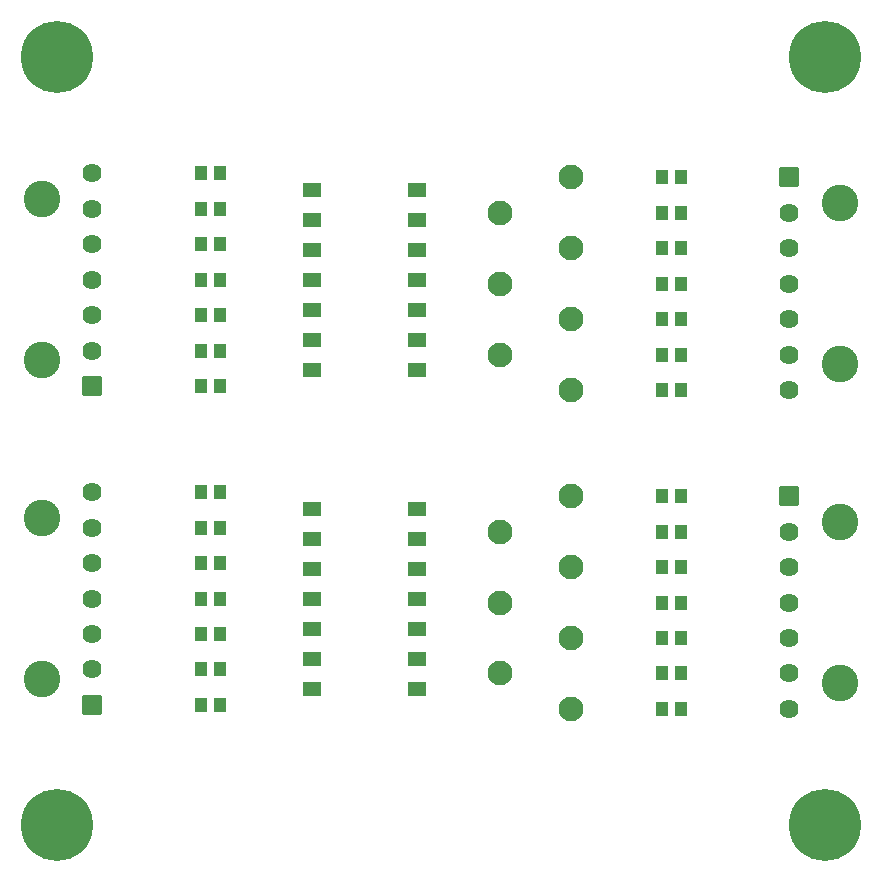
<source format=gbr>
%TF.GenerationSoftware,KiCad,Pcbnew,(6.0.7)*%
%TF.CreationDate,2022-11-12T16:45:26-06:00*%
%TF.ProjectId,BPS_Scrutineering,4250535f-5363-4727-9574-696e65657269,rev?*%
%TF.SameCoordinates,Original*%
%TF.FileFunction,Soldermask,Top*%
%TF.FilePolarity,Negative*%
%FSLAX46Y46*%
G04 Gerber Fmt 4.6, Leading zero omitted, Abs format (unit mm)*
G04 Created by KiCad (PCBNEW (6.0.7)) date 2022-11-12 16:45:26*
%MOMM*%
%LPD*%
G01*
G04 APERTURE LIST*
G04 Aperture macros list*
%AMRoundRect*
0 Rectangle with rounded corners*
0 $1 Rounding radius*
0 $2 $3 $4 $5 $6 $7 $8 $9 X,Y pos of 4 corners*
0 Add a 4 corners polygon primitive as box body*
4,1,4,$2,$3,$4,$5,$6,$7,$8,$9,$2,$3,0*
0 Add four circle primitives for the rounded corners*
1,1,$1+$1,$2,$3*
1,1,$1+$1,$4,$5*
1,1,$1+$1,$6,$7*
1,1,$1+$1,$8,$9*
0 Add four rect primitives between the rounded corners*
20,1,$1+$1,$2,$3,$4,$5,0*
20,1,$1+$1,$4,$5,$6,$7,0*
20,1,$1+$1,$6,$7,$8,$9,0*
20,1,$1+$1,$8,$9,$2,$3,0*%
G04 Aperture macros list end*
%ADD10C,3.100000*%
%ADD11C,1.620000*%
%ADD12RoundRect,0.050000X-0.760000X0.760000X-0.760000X-0.760000X0.760000X-0.760000X0.760000X0.760000X0*%
%ADD13RoundRect,0.050000X0.760000X-0.760000X0.760000X0.760000X-0.760000X0.760000X-0.760000X-0.760000X0*%
%ADD14RoundRect,0.050000X-0.750000X0.550000X-0.750000X-0.550000X0.750000X-0.550000X0.750000X0.550000X0*%
%ADD15RoundRect,0.050000X-0.470000X-0.505000X0.470000X-0.505000X0.470000X0.505000X-0.470000X0.505000X0*%
%ADD16C,2.100000*%
%ADD17C,6.100000*%
G04 APERTURE END LIST*
D10*
%TO.C,JC1*%
X82740600Y-86387250D03*
X82740600Y-100067250D03*
D11*
X87040600Y-84227250D03*
X87040600Y-87227250D03*
X87040600Y-90227250D03*
X87040600Y-93227250D03*
X87040600Y-96227250D03*
X87040600Y-99227250D03*
D12*
X87040600Y-102227250D03*
%TD*%
D10*
%TO.C,JC2*%
X150340600Y-86730750D03*
X150340600Y-100410750D03*
D11*
X146040600Y-102570750D03*
X146040600Y-99570750D03*
X146040600Y-96570750D03*
X146040600Y-93570750D03*
X146040600Y-90570750D03*
X146040600Y-87570750D03*
D13*
X146040600Y-84570750D03*
%TD*%
D14*
%TO.C,SW1*%
X114490600Y-85607250D03*
X105590600Y-85607250D03*
X114490600Y-88147250D03*
X105590600Y-88147250D03*
X114490600Y-90687250D03*
X105590600Y-90687250D03*
X114490600Y-93227250D03*
X105590600Y-93227250D03*
X114490600Y-95767250D03*
X105590600Y-95767250D03*
X114490600Y-98307250D03*
X105590600Y-98307250D03*
X114490600Y-100847250D03*
X105590600Y-100847250D03*
%TD*%
%TO.C,SW2*%
X114490600Y-112607250D03*
X105590600Y-112607250D03*
X114490600Y-115147250D03*
X105590600Y-115147250D03*
X114490600Y-117687250D03*
X105590600Y-117687250D03*
X114490600Y-120227250D03*
X105590600Y-120227250D03*
X114490600Y-122767250D03*
X105590600Y-122767250D03*
X114490600Y-125307250D03*
X105590600Y-125307250D03*
X114490600Y-127847250D03*
X105590600Y-127847250D03*
%TD*%
D10*
%TO.C,JC4*%
X150340600Y-113730750D03*
X150340600Y-127410750D03*
D11*
X146040600Y-129570750D03*
X146040600Y-126570750D03*
X146040600Y-123570750D03*
X146040600Y-120570750D03*
X146040600Y-117570750D03*
X146040600Y-114570750D03*
D13*
X146040600Y-111570750D03*
%TD*%
D15*
%TO.C,F15*%
X96255600Y-84227250D03*
X97835600Y-84227250D03*
%TD*%
%TO.C,F14*%
X135273200Y-129570750D03*
X136853200Y-129570750D03*
%TD*%
%TO.C,F27*%
X96250600Y-126227250D03*
X97830600Y-126227250D03*
%TD*%
%TO.C,F25*%
X96250600Y-120227250D03*
X97830600Y-120227250D03*
%TD*%
D16*
%TO.C,TP8*%
X127563200Y-111570750D03*
%TD*%
D15*
%TO.C,F20*%
X96255600Y-99227250D03*
X97835600Y-99227250D03*
%TD*%
%TO.C,F9*%
X135273200Y-114570750D03*
X136853200Y-114570750D03*
%TD*%
%TO.C,F28*%
X96250600Y-129227250D03*
X97830600Y-129227250D03*
%TD*%
%TO.C,F11*%
X135273200Y-120570750D03*
X136853200Y-120570750D03*
%TD*%
%TO.C,F2*%
X135273200Y-87570750D03*
X136853200Y-87570750D03*
%TD*%
D16*
%TO.C,TP14*%
X127563200Y-129570750D03*
%TD*%
D15*
%TO.C,F23*%
X96255600Y-114227250D03*
X97835600Y-114227250D03*
%TD*%
D10*
%TO.C,JC3*%
X82740600Y-113387250D03*
X82740600Y-127067250D03*
D11*
X87040600Y-111227250D03*
X87040600Y-114227250D03*
X87040600Y-117227250D03*
X87040600Y-120227250D03*
X87040600Y-123227250D03*
X87040600Y-126227250D03*
D12*
X87040600Y-129227250D03*
%TD*%
D16*
%TO.C,TP9*%
X121563200Y-114570750D03*
%TD*%
D15*
%TO.C,F13*%
X135273200Y-126570750D03*
X136853200Y-126570750D03*
%TD*%
D16*
%TO.C,TP13*%
X121563200Y-126570750D03*
%TD*%
D17*
%TO.C,H2*%
X149040600Y-139399000D03*
%TD*%
D15*
%TO.C,F4*%
X135273200Y-93570750D03*
X136853200Y-93570750D03*
%TD*%
D16*
%TO.C,TP6*%
X121563200Y-99570750D03*
%TD*%
D17*
%TO.C,H3*%
X149040600Y-74399000D03*
%TD*%
D16*
%TO.C,TP12*%
X127563200Y-123570750D03*
%TD*%
D15*
%TO.C,F18*%
X96255600Y-93227250D03*
X97835600Y-93227250D03*
%TD*%
%TO.C,F6*%
X135273200Y-99570750D03*
X136853200Y-99570750D03*
%TD*%
%TO.C,F26*%
X96250600Y-123227250D03*
X97830600Y-123227250D03*
%TD*%
%TO.C,F10*%
X135273200Y-117570750D03*
X136853200Y-117570750D03*
%TD*%
%TO.C,F19*%
X96255600Y-96227250D03*
X97835600Y-96227250D03*
%TD*%
D16*
%TO.C,TP7*%
X127563200Y-102570750D03*
%TD*%
D15*
%TO.C,F17*%
X96255600Y-90227250D03*
X97835600Y-90227250D03*
%TD*%
%TO.C,F21*%
X96255600Y-102227250D03*
X97835600Y-102227250D03*
%TD*%
D16*
%TO.C,TP3*%
X127563200Y-90570750D03*
%TD*%
D15*
%TO.C,F12*%
X135273200Y-123570750D03*
X136853200Y-123570750D03*
%TD*%
D16*
%TO.C,TP11*%
X121563200Y-120570750D03*
%TD*%
D17*
%TO.C,H4*%
X84040600Y-74399000D03*
%TD*%
%TO.C,H1*%
X84040600Y-139399000D03*
%TD*%
D15*
%TO.C,F16*%
X96255600Y-87227250D03*
X97835600Y-87227250D03*
%TD*%
D16*
%TO.C,TP2*%
X121563200Y-87570750D03*
%TD*%
%TO.C,TP4*%
X121563200Y-93570750D03*
%TD*%
D15*
%TO.C,F7*%
X135273200Y-102570750D03*
X136853200Y-102570750D03*
%TD*%
%TO.C,F24*%
X96255600Y-117227250D03*
X97835600Y-117227250D03*
%TD*%
%TO.C,F1*%
X135273200Y-84570750D03*
X136853200Y-84570750D03*
%TD*%
%TO.C,F8*%
X135273200Y-111570750D03*
X136853200Y-111570750D03*
%TD*%
D16*
%TO.C,TP10*%
X127563200Y-117570750D03*
%TD*%
%TO.C,TP5*%
X127563200Y-96570750D03*
%TD*%
D15*
%TO.C,F3*%
X135273200Y-90570750D03*
X136853200Y-90570750D03*
%TD*%
%TO.C,F22*%
X96255600Y-111227250D03*
X97835600Y-111227250D03*
%TD*%
D16*
%TO.C,TP1*%
X127563200Y-84570750D03*
%TD*%
D15*
%TO.C,F5*%
X135273200Y-96570750D03*
X136853200Y-96570750D03*
%TD*%
M02*

</source>
